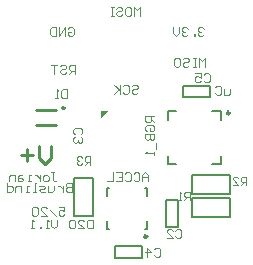
<source format=gbo>
G04 Layer_Color=13813960*
%FSLAX24Y24*%
%MOIN*%
G70*
G01*
G75*
%ADD12C,0.0079*%
%ADD31C,0.0100*%
%ADD51C,0.0098*%
%ADD52C,0.0059*%
%ADD53C,0.0039*%
G36*
X22747Y24222D02*
Y24472D01*
X22997D01*
X22747Y24222D01*
D02*
G37*
D12*
X21850Y20984D02*
Y22244D01*
Y20984D02*
X22480D01*
Y22244D01*
X21850D02*
X22480D01*
X25787Y22323D02*
X27047D01*
X25787Y21693D02*
Y22323D01*
Y21693D02*
X27047D01*
Y22323D01*
X25787Y21575D02*
X27047D01*
X25787Y20945D02*
Y21575D01*
Y20945D02*
X27047D01*
Y21575D01*
X24301Y20541D02*
Y20817D01*
X24222Y20541D02*
X24301D01*
X24222Y21900D02*
X24301D01*
Y21624D02*
Y21900D01*
X22943Y20541D02*
X23022D01*
X22943D02*
Y20817D01*
Y21900D02*
X23022D01*
X22943Y21624D02*
Y21900D01*
X26742Y24183D02*
Y24459D01*
X26467D02*
X26742D01*
Y22707D02*
Y22982D01*
X26467Y22707D02*
X26742D01*
X24990D02*
Y22982D01*
Y22707D02*
X25266D01*
X24990Y24183D02*
Y24459D01*
X25266D01*
D31*
X21535Y24567D02*
G03*
X21535Y24567I-39J0D01*
G01*
X20571Y24006D02*
X21240D01*
X20571Y24498D02*
X21240D01*
X21102Y23316D02*
Y22916D01*
X20902Y22717D01*
X20702Y22916D01*
Y23316D01*
X20503Y23016D02*
X20103D01*
X20303Y23216D02*
Y22817D01*
D51*
X24291Y20285D02*
G03*
X24291Y20285I-49J0D01*
G01*
X27047Y24400D02*
G03*
X27047Y24400I-49J0D01*
G01*
D52*
X25495Y24928D02*
Y25308D01*
Y24928D02*
X26395D01*
X25495Y25308D02*
X26395D01*
Y24928D02*
Y25308D01*
X24928Y21513D02*
X25308D01*
X24928Y20613D02*
Y21513D01*
X25308Y20613D02*
Y21513D01*
X24928Y20613D02*
X25308D01*
X23211Y19574D02*
Y19954D01*
Y19574D02*
X24111D01*
X23211Y19954D02*
X24111D01*
Y19574D02*
Y19954D01*
D53*
X22402Y22677D02*
Y22953D01*
X22264D01*
X22218Y22907D01*
Y22815D01*
X22264Y22769D01*
X22402D01*
X22310D02*
X22218Y22677D01*
X22126Y22907D02*
X22080Y22953D01*
X21988D01*
X21942Y22907D01*
Y22861D01*
X21988Y22815D01*
X22034D01*
X21988D01*
X21942Y22769D01*
Y22723D01*
X21988Y22677D01*
X22080D01*
X22126Y22723D01*
X27598Y22008D02*
Y22283D01*
X27461D01*
X27415Y22237D01*
Y22146D01*
X27461Y22100D01*
X27598D01*
X27507D02*
X27415Y22008D01*
X27139D02*
X27323D01*
X27139Y22192D01*
Y22237D01*
X27185Y22283D01*
X27277D01*
X27323Y22237D01*
X25709Y21496D02*
Y21772D01*
X25571D01*
X25525Y21726D01*
Y21634D01*
X25571Y21588D01*
X25709D01*
X25617D02*
X25525Y21496D01*
X25433D02*
X25341D01*
X25387D01*
Y21772D01*
X25433Y21726D01*
X24528Y24291D02*
X24232D01*
Y24144D01*
X24282Y24095D01*
X24380D01*
X24429Y24144D01*
Y24291D01*
Y24193D02*
X24528Y24095D01*
X24282Y23799D02*
X24232Y23849D01*
Y23947D01*
X24282Y23996D01*
X24478D01*
X24528Y23947D01*
Y23849D01*
X24478Y23799D01*
X24380D01*
Y23898D01*
X24232Y23701D02*
X24528D01*
Y23553D01*
X24478Y23504D01*
X24429D01*
X24380Y23553D01*
Y23701D01*
Y23553D01*
X24331Y23504D01*
X24282D01*
X24232Y23553D01*
Y23701D01*
X24577Y23406D02*
Y23209D01*
X24528Y23111D02*
Y23012D01*
Y23061D01*
X24232D01*
X24282Y23111D01*
X27054Y25207D02*
Y25059D01*
X27005Y25010D01*
X26858D01*
Y25207D01*
X26562Y25256D02*
X26612Y25305D01*
X26710D01*
X26759Y25256D01*
Y25059D01*
X26710Y25010D01*
X26612D01*
X26562Y25059D01*
X26181Y25679D02*
X26230Y25728D01*
X26329D01*
X26378Y25679D01*
Y25482D01*
X26329Y25433D01*
X26230D01*
X26181Y25482D01*
X25886Y25728D02*
X26083D01*
Y25581D01*
X25984Y25630D01*
X25935D01*
X25886Y25581D01*
Y25482D01*
X25935Y25433D01*
X26034D01*
X26083Y25482D01*
X24528Y19852D02*
X24577Y19901D01*
X24675D01*
X24724Y19852D01*
Y19655D01*
X24675Y19606D01*
X24577D01*
X24528Y19655D01*
X24282Y19606D02*
Y19901D01*
X24429Y19754D01*
X24232D01*
X21880Y23701D02*
X21831Y23750D01*
Y23848D01*
X21880Y23898D01*
X22077D01*
X22126Y23848D01*
Y23750D01*
X22077Y23701D01*
X21880Y23602D02*
X21831Y23553D01*
Y23455D01*
X21880Y23406D01*
X21929D01*
X21978Y23455D01*
Y23504D01*
Y23455D01*
X22028Y23406D01*
X22077D01*
X22126Y23455D01*
Y23553D01*
X22077Y23602D01*
X25236Y20482D02*
X25285Y20531D01*
X25384D01*
X25433Y20482D01*
Y20285D01*
X25384Y20236D01*
X25285D01*
X25236Y20285D01*
X24941Y20236D02*
X25138D01*
X24941Y20433D01*
Y20482D01*
X24990Y20531D01*
X25089D01*
X25138Y20482D01*
X24331Y22126D02*
Y22323D01*
X24232Y22421D01*
X24134Y22323D01*
Y22126D01*
Y22274D01*
X24331D01*
X23839Y22372D02*
X23888Y22421D01*
X23986D01*
X24036Y22372D01*
Y22175D01*
X23986Y22126D01*
X23888D01*
X23839Y22175D01*
X23544Y22372D02*
X23593Y22421D01*
X23691D01*
X23740Y22372D01*
Y22175D01*
X23691Y22126D01*
X23593D01*
X23544Y22175D01*
X23248Y22421D02*
X23445D01*
Y22126D01*
X23248D01*
X23445Y22274D02*
X23347D01*
X23150Y22421D02*
Y22126D01*
X22953D01*
X21630Y25195D02*
Y24900D01*
X21482D01*
X21433Y24949D01*
Y25146D01*
X21482Y25195D01*
X21630D01*
X21335Y24900D02*
X21236D01*
X21286D01*
Y25195D01*
X21335Y25146D01*
X23780Y25285D02*
X23829Y25335D01*
X23927D01*
X23976Y25285D01*
Y25236D01*
X23927Y25187D01*
X23829D01*
X23780Y25138D01*
Y25089D01*
X23829Y25039D01*
X23927D01*
X23976Y25089D01*
X23484Y25285D02*
X23534Y25335D01*
X23632D01*
X23681Y25285D01*
Y25089D01*
X23632Y25039D01*
X23534D01*
X23484Y25089D01*
X23386Y25335D02*
Y25039D01*
Y25138D01*
X23189Y25335D01*
X23337Y25187D01*
X23189Y25039D01*
X24055Y27638D02*
Y27933D01*
X23957Y27835D01*
X23858Y27933D01*
Y27638D01*
X23612Y27933D02*
X23711D01*
X23760Y27884D01*
Y27687D01*
X23711Y27638D01*
X23612D01*
X23563Y27687D01*
Y27884D01*
X23612Y27933D01*
X23268Y27884D02*
X23317Y27933D01*
X23416D01*
X23465Y27884D01*
Y27835D01*
X23416Y27785D01*
X23317D01*
X23268Y27736D01*
Y27687D01*
X23317Y27638D01*
X23416D01*
X23465Y27687D01*
X23170Y27933D02*
X23071D01*
X23120D01*
Y27638D01*
X23170D01*
X23071D01*
X21654Y27214D02*
X21703Y27264D01*
X21801D01*
X21850Y27214D01*
Y27018D01*
X21801Y26969D01*
X21703D01*
X21654Y27018D01*
Y27116D01*
X21752D01*
X21555Y26969D02*
Y27264D01*
X21358Y26969D01*
Y27264D01*
X21260D02*
Y26969D01*
X21112D01*
X21063Y27018D01*
Y27214D01*
X21112Y27264D01*
X21260D01*
X21890Y25709D02*
Y26004D01*
X21742D01*
X21693Y25955D01*
Y25856D01*
X21742Y25807D01*
X21890D01*
X21791D02*
X21693Y25709D01*
X21398Y25955D02*
X21447Y26004D01*
X21545D01*
X21595Y25955D01*
Y25905D01*
X21545Y25856D01*
X21447D01*
X21398Y25807D01*
Y25758D01*
X21447Y25709D01*
X21545D01*
X21595Y25758D01*
X21299Y26004D02*
X21103D01*
X21201D01*
Y25709D01*
X26181Y27214D02*
X26132Y27264D01*
X26034D01*
X25984Y27214D01*
Y27165D01*
X26034Y27116D01*
X26083D01*
X26034D01*
X25984Y27067D01*
Y27018D01*
X26034Y26969D01*
X26132D01*
X26181Y27018D01*
X25886Y26969D02*
Y27018D01*
X25837D01*
Y26969D01*
X25886D01*
X25640Y27214D02*
X25591Y27264D01*
X25492D01*
X25443Y27214D01*
Y27165D01*
X25492Y27116D01*
X25542D01*
X25492D01*
X25443Y27067D01*
Y27018D01*
X25492Y26969D01*
X25591D01*
X25640Y27018D01*
X25345Y27264D02*
Y27067D01*
X25246Y26969D01*
X25148Y27067D01*
Y27264D01*
X26220Y25945D02*
Y26240D01*
X26122Y26142D01*
X26024Y26240D01*
Y25945D01*
X25925Y26240D02*
X25827D01*
X25876D01*
Y25945D01*
X25925D01*
X25827D01*
X25483Y26191D02*
X25532Y26240D01*
X25630D01*
X25679Y26191D01*
Y26142D01*
X25630Y26092D01*
X25532D01*
X25483Y26043D01*
Y25994D01*
X25532Y25945D01*
X25630D01*
X25679Y25994D01*
X25237Y26240D02*
X25335D01*
X25384Y26191D01*
Y25994D01*
X25335Y25945D01*
X25237D01*
X25187Y25994D01*
Y26191D01*
X25237Y26240D01*
X21102Y22421D02*
X21201D01*
X21152D01*
Y22175D01*
X21201Y22126D01*
X21250D01*
X21299Y22175D01*
X20955Y22126D02*
X20856D01*
X20807Y22175D01*
Y22274D01*
X20856Y22323D01*
X20955D01*
X21004Y22274D01*
Y22175D01*
X20955Y22126D01*
X20709Y22323D02*
Y22126D01*
Y22224D01*
X20660Y22274D01*
X20610Y22323D01*
X20561D01*
X20414Y22126D02*
X20315D01*
X20364D01*
Y22323D01*
X20414D01*
X20118D02*
X20020D01*
X19971Y22274D01*
Y22126D01*
X20118D01*
X20168Y22175D01*
X20118Y22224D01*
X19971D01*
X19873Y22126D02*
Y22323D01*
X19725D01*
X19676Y22274D01*
Y22126D01*
X21772Y22067D02*
Y21772D01*
X21624D01*
X21575Y21821D01*
Y21870D01*
X21624Y21919D01*
X21772D01*
X21624D01*
X21575Y21968D01*
Y22018D01*
X21624Y22067D01*
X21772D01*
X21476Y21968D02*
Y21772D01*
Y21870D01*
X21427Y21919D01*
X21378Y21968D01*
X21329D01*
X21181D02*
Y21821D01*
X21132Y21772D01*
X20984D01*
Y21968D01*
X20886Y21772D02*
X20739D01*
X20689Y21821D01*
X20739Y21870D01*
X20837D01*
X20886Y21919D01*
X20837Y21968D01*
X20689D01*
X20591Y21772D02*
X20493D01*
X20542D01*
Y22067D01*
X20591D01*
X20345Y21772D02*
X20247D01*
X20296D01*
Y21968D01*
X20345D01*
X20099Y21772D02*
Y21968D01*
X19951D01*
X19902Y21919D01*
Y21772D01*
X19607Y22067D02*
Y21772D01*
X19755D01*
X19804Y21821D01*
Y21919D01*
X19755Y21968D01*
X19607D01*
X21339Y21279D02*
X21535D01*
Y21132D01*
X21437Y21181D01*
X21388D01*
X21339Y21132D01*
Y21033D01*
X21388Y20984D01*
X21486D01*
X21535Y21033D01*
X21240Y20984D02*
X21043Y21181D01*
X20748Y20984D02*
X20945D01*
X20748Y21181D01*
Y21230D01*
X20797Y21279D01*
X20896D01*
X20945Y21230D01*
X20650D02*
X20601Y21279D01*
X20502D01*
X20453Y21230D01*
Y21033D01*
X20502Y20984D01*
X20601D01*
X20650Y21033D01*
Y21230D01*
X22480Y20846D02*
Y20551D01*
X22333D01*
X22284Y20600D01*
Y20797D01*
X22333Y20846D01*
X22480D01*
X21988Y20551D02*
X22185D01*
X21988Y20748D01*
Y20797D01*
X22038Y20846D01*
X22136D01*
X22185Y20797D01*
X21890D02*
X21841Y20846D01*
X21742D01*
X21693Y20797D01*
Y20600D01*
X21742Y20551D01*
X21841D01*
X21890Y20600D01*
Y20797D01*
X21300Y20846D02*
Y20650D01*
X21201Y20551D01*
X21103Y20650D01*
Y20846D01*
X21004Y20551D02*
X20906D01*
X20955D01*
Y20846D01*
X21004Y20797D01*
X20758Y20551D02*
Y20600D01*
X20709D01*
Y20551D01*
X20758D01*
X20512D02*
X20414D01*
X20463D01*
Y20846D01*
X20512Y20797D01*
M02*

</source>
